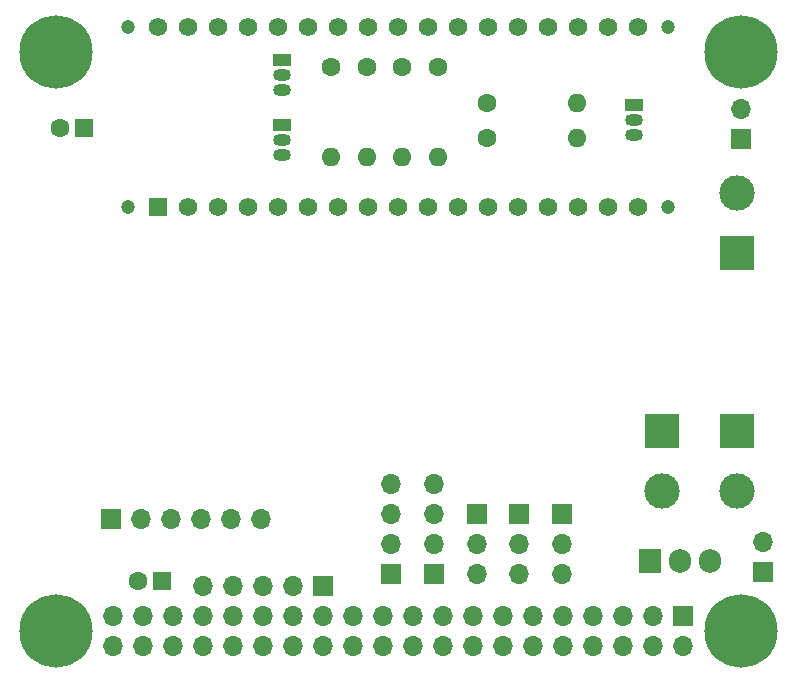
<source format=gbr>
%TF.GenerationSoftware,KiCad,Pcbnew,(5.1.8)-1*%
%TF.CreationDate,2021-09-15T23:56:30-04:00*%
%TF.ProjectId,PiRaceHat,50695261-6365-4486-9174-2e6b69636164,rev?*%
%TF.SameCoordinates,Original*%
%TF.FileFunction,Soldermask,Top*%
%TF.FilePolarity,Negative*%
%FSLAX46Y46*%
G04 Gerber Fmt 4.6, Leading zero omitted, Abs format (unit mm)*
G04 Created by KiCad (PCBNEW (5.1.8)-1) date 2021-09-15 23:56:30*
%MOMM*%
%LPD*%
G01*
G04 APERTURE LIST*
%ADD10R,1.700000X1.700000*%
%ADD11O,1.700000X1.700000*%
%ADD12C,3.000000*%
%ADD13R,3.000000X3.000000*%
%ADD14C,6.200000*%
%ADD15R,1.500000X1.050000*%
%ADD16O,1.500000X1.050000*%
%ADD17R,1.905000X2.000000*%
%ADD18O,1.905000X2.000000*%
%ADD19R,1.574800X1.574800*%
%ADD20C,1.574800*%
%ADD21C,1.200000*%
%ADD22R,1.600000X1.600000*%
%ADD23C,1.600000*%
%ADD24O,1.600000X1.600000*%
G04 APERTURE END LIST*
D10*
%TO.C,J3*%
X56550000Y-78730000D03*
D11*
X54010000Y-78730000D03*
X51470000Y-78730000D03*
X48930000Y-78730000D03*
X46390000Y-78730000D03*
%TD*%
D10*
%TO.C,J2*%
X38610000Y-73050000D03*
D11*
X41150000Y-73050000D03*
X43690000Y-73050000D03*
X46230000Y-73050000D03*
X48770000Y-73050000D03*
X51310000Y-73050000D03*
%TD*%
D12*
%TO.C,J7*%
X91580000Y-70670000D03*
D13*
X91580000Y-65590000D03*
%TD*%
D12*
%TO.C,J8*%
X91570000Y-45410000D03*
D13*
X91570000Y-50490000D03*
%TD*%
D12*
%TO.C,J9*%
X85230000Y-70670000D03*
D13*
X85230000Y-65590000D03*
%TD*%
D14*
%TO.C,*%
X33900000Y-82540000D03*
%TD*%
%TO.C,*%
X33900000Y-33540000D03*
%TD*%
%TO.C,*%
X91900000Y-33540000D03*
%TD*%
%TO.C,*%
X91900000Y-82540000D03*
%TD*%
D10*
%TO.C,J1*%
X87030000Y-81270000D03*
D11*
X87030000Y-83810000D03*
X84490000Y-81270000D03*
X84490000Y-83810000D03*
X81950000Y-81270000D03*
X81950000Y-83810000D03*
X79410000Y-81270000D03*
X79410000Y-83810000D03*
X76870000Y-81270000D03*
X76870000Y-83810000D03*
X74330000Y-81270000D03*
X74330000Y-83810000D03*
X71790000Y-81270000D03*
X71790000Y-83810000D03*
X69250000Y-81270000D03*
X69250000Y-83810000D03*
X66710000Y-81270000D03*
X66710000Y-83810000D03*
X64170000Y-81270000D03*
X64170000Y-83810000D03*
X61630000Y-81270000D03*
X61630000Y-83810000D03*
X59090000Y-81270000D03*
X59090000Y-83810000D03*
X56550000Y-81270000D03*
X56550000Y-83810000D03*
X54010000Y-81270000D03*
X54010000Y-83810000D03*
X51470000Y-81270000D03*
X51470000Y-83810000D03*
X48930000Y-81270000D03*
X48930000Y-83810000D03*
X46390000Y-81270000D03*
X46390000Y-83810000D03*
X43850000Y-81270000D03*
X43850000Y-83810000D03*
X41310000Y-81270000D03*
X41310000Y-83810000D03*
X38770000Y-81270000D03*
X38770000Y-83810000D03*
%TD*%
D10*
%TO.C,J4*%
X76750000Y-72660000D03*
D11*
X76750000Y-75200000D03*
X76750000Y-77740000D03*
%TD*%
D10*
%TO.C,J5*%
X69540000Y-72660000D03*
D11*
X69540000Y-75200000D03*
X69540000Y-77740000D03*
%TD*%
%TO.C,J6*%
X73140000Y-77740000D03*
X73140000Y-75200000D03*
D10*
X73140000Y-72660000D03*
%TD*%
%TO.C,J10*%
X62340000Y-77710000D03*
D11*
X62340000Y-75170000D03*
X62340000Y-72630000D03*
X62340000Y-70090000D03*
%TD*%
%TO.C,J11*%
X65940000Y-70090000D03*
X65940000Y-72630000D03*
X65940000Y-75170000D03*
D10*
X65940000Y-77710000D03*
%TD*%
%TO.C,J12*%
X91900000Y-40900000D03*
D11*
X91900000Y-38360000D03*
%TD*%
%TO.C,J13*%
X93790000Y-75040000D03*
D10*
X93790000Y-77580000D03*
%TD*%
D15*
%TO.C,Q1*%
X53030000Y-34210000D03*
D16*
X53030000Y-36750000D03*
X53030000Y-35480000D03*
%TD*%
%TO.C,Q2*%
X53030000Y-40940000D03*
X53030000Y-42210000D03*
D15*
X53030000Y-39670000D03*
%TD*%
D16*
%TO.C,Q3*%
X82860000Y-39290000D03*
X82860000Y-40560000D03*
D15*
X82860000Y-38020000D03*
%TD*%
D17*
%TO.C,Q4*%
X84200000Y-76630000D03*
D18*
X86740000Y-76630000D03*
X89280000Y-76630000D03*
%TD*%
D19*
%TO.C,U1*%
X42580000Y-46630000D03*
D20*
X45120000Y-46630000D03*
X47660000Y-46630000D03*
X50200000Y-46630000D03*
X52740000Y-46630000D03*
X55280000Y-46630000D03*
X57820000Y-46630000D03*
X60360000Y-46630000D03*
X62900000Y-46630000D03*
X65440000Y-46630000D03*
X67980000Y-46630000D03*
X70520000Y-46630000D03*
X73060000Y-46630000D03*
X75600000Y-46630000D03*
X78140000Y-46630000D03*
X80680000Y-46630000D03*
X83220000Y-46630000D03*
X83220000Y-31390000D03*
X80680000Y-31390000D03*
X78140000Y-31390000D03*
X75600000Y-31390000D03*
X73060000Y-31390000D03*
X70520000Y-31390000D03*
X67980000Y-31390000D03*
X65440000Y-31390000D03*
X62900000Y-31390000D03*
X60360000Y-31390000D03*
X57820000Y-31390000D03*
X55280000Y-31390000D03*
X52740000Y-31390000D03*
X50200000Y-31390000D03*
X47660000Y-31390000D03*
X45120000Y-31390000D03*
X42580000Y-31390000D03*
D21*
X85760000Y-46630000D03*
X85760000Y-31390000D03*
X40040000Y-46630000D03*
X40040000Y-31390000D03*
%TD*%
D22*
%TO.C,C1*%
X42880000Y-78300000D03*
D23*
X40880000Y-78300000D03*
%TD*%
%TO.C,C2*%
X34270000Y-39960000D03*
D22*
X36270000Y-39960000D03*
%TD*%
D24*
%TO.C,R1*%
X60260000Y-42420000D03*
D23*
X60260000Y-34800000D03*
%TD*%
%TO.C,R2*%
X57260000Y-34800000D03*
D24*
X57260000Y-42420000D03*
%TD*%
D23*
%TO.C,R3*%
X66260000Y-34800000D03*
D24*
X66260000Y-42420000D03*
%TD*%
%TO.C,R4*%
X63260000Y-42420000D03*
D23*
X63260000Y-34800000D03*
%TD*%
%TO.C,R5*%
X70430000Y-37800000D03*
D24*
X78050000Y-37800000D03*
%TD*%
%TO.C,R6*%
X78050000Y-40800000D03*
D23*
X70430000Y-40800000D03*
%TD*%
M02*

</source>
